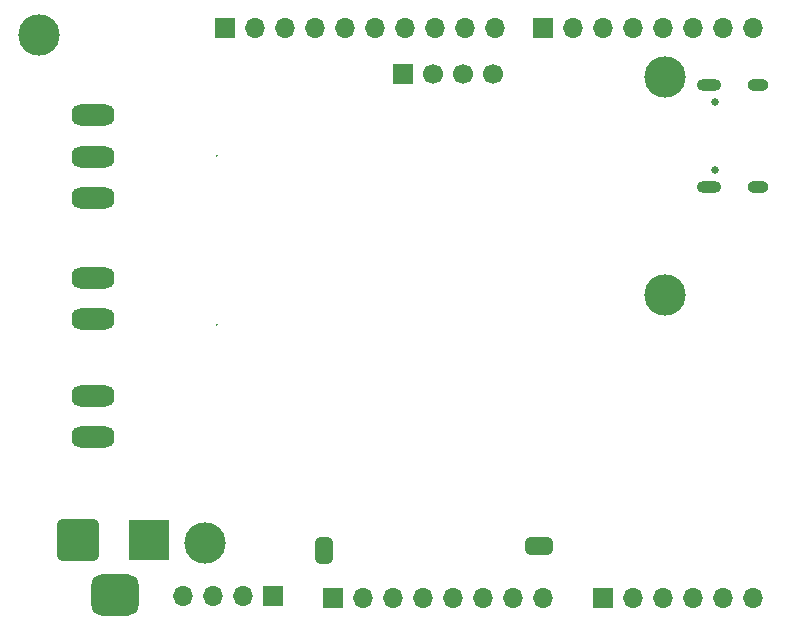
<source format=gbr>
%TF.GenerationSoftware,KiCad,Pcbnew,9.0.1*%
%TF.CreationDate,2025-05-14T19:05:48-04:00*%
%TF.ProjectId,EX-CSB1,45582d43-5342-4312-9e6b-696361645f70,rev?*%
%TF.SameCoordinates,Original*%
%TF.FileFunction,Soldermask,Bot*%
%TF.FilePolarity,Negative*%
%FSLAX46Y46*%
G04 Gerber Fmt 4.6, Leading zero omitted, Abs format (unit mm)*
G04 Created by KiCad (PCBNEW 9.0.1) date 2025-05-14 19:05:48*
%MOMM*%
%LPD*%
G01*
G04 APERTURE LIST*
G04 Aperture macros list*
%AMRoundRect*
0 Rectangle with rounded corners*
0 $1 Rounding radius*
0 $2 $3 $4 $5 $6 $7 $8 $9 X,Y pos of 4 corners*
0 Add a 4 corners polygon primitive as box body*
4,1,4,$2,$3,$4,$5,$6,$7,$8,$9,$2,$3,0*
0 Add four circle primitives for the rounded corners*
1,1,$1+$1,$2,$3*
1,1,$1+$1,$4,$5*
1,1,$1+$1,$6,$7*
1,1,$1+$1,$8,$9*
0 Add four rect primitives between the rounded corners*
20,1,$1+$1,$2,$3,$4,$5,0*
20,1,$1+$1,$4,$5,$6,$7,0*
20,1,$1+$1,$6,$7,$8,$9,0*
20,1,$1+$1,$8,$9,$2,$3,0*%
%AMFreePoly0*
4,1,23,0.500000,-0.750000,0.000000,-0.750000,0.000000,-0.745722,-0.065263,-0.745722,-0.191342,-0.711940,-0.304381,-0.646677,-0.396677,-0.554381,-0.461940,-0.441342,-0.495722,-0.315263,-0.495722,-0.250000,-0.500000,-0.250000,-0.500000,0.250000,-0.495722,0.250000,-0.495722,0.315263,-0.461940,0.441342,-0.396677,0.554381,-0.304381,0.646677,-0.191342,0.711940,-0.065263,0.745722,0.000000,0.745722,
0.000000,0.750000,0.500000,0.750000,0.500000,-0.750000,0.500000,-0.750000,$1*%
%AMFreePoly1*
4,1,23,0.000000,0.745722,0.065263,0.745722,0.191342,0.711940,0.304381,0.646677,0.396677,0.554381,0.461940,0.441342,0.495722,0.315263,0.495722,0.250000,0.500000,0.250000,0.500000,-0.250000,0.495722,-0.250000,0.495722,-0.315263,0.461940,-0.441342,0.396677,-0.554381,0.304381,-0.646677,0.191342,-0.711940,0.065263,-0.745722,0.000000,-0.745722,0.000000,-0.750000,-0.500000,-0.750000,
-0.500000,0.750000,0.000000,0.750000,0.000000,0.745722,0.000000,0.745722,$1*%
G04 Aperture macros list end*
%ADD10C,0.150000*%
%ADD11C,0.600000*%
%ADD12RoundRect,0.720000X-1.080000X0.180000X-1.080000X-0.180000X1.080000X-0.180000X1.080000X0.180000X0*%
%ADD13R,1.700000X1.700000*%
%ADD14C,1.700000*%
%ADD15C,3.500000*%
%ADD16O,1.700000X1.700000*%
%ADD17C,0.650000*%
%ADD18O,2.100000X1.000000*%
%ADD19O,1.800000X1.000000*%
%ADD20R,3.500000X3.500000*%
%ADD21RoundRect,0.350000X-1.400000X-1.400000X1.400000X-1.400000X1.400000X1.400000X-1.400000X1.400000X0*%
%ADD22RoundRect,0.875000X-1.125000X-0.875000X1.125000X-0.875000X1.125000X0.875000X-1.125000X0.875000X0*%
%ADD23FreePoly0,270.000000*%
%ADD24FreePoly1,270.000000*%
%ADD25FreePoly0,0.000000*%
%ADD26FreePoly1,0.000000*%
G04 APERTURE END LIST*
D10*
%TO.C,U101*%
X18030000Y25500000D02*
G75*
G02*
X17970000Y25500000I-30000J0D01*
G01*
X17970000Y25500000D02*
G75*
G02*
X18030000Y25500000I30000J0D01*
G01*
%TO.C,U102*%
X18030000Y39800000D02*
G75*
G02*
X17970000Y39800000I-30000J0D01*
G01*
X17970000Y39800000D02*
G75*
G02*
X18030000Y39800000I30000J0D01*
G01*
%TO.C,JP104*%
G36*
X26350000Y6550000D02*
G01*
X27850000Y6550000D01*
X27850000Y6250000D01*
X26350000Y6250000D01*
X26350000Y6550000D01*
G37*
%TO.C,JP103*%
G36*
X45150000Y6020000D02*
G01*
X45450000Y6020000D01*
X45450000Y7520000D01*
X45150000Y7520000D01*
X45150000Y6020000D01*
G37*
%TD*%
D11*
%TO.C,J110*%
X6200000Y35750000D03*
X8800000Y35750000D03*
D12*
X7500000Y36250000D03*
D11*
X6200000Y36750000D03*
X8800000Y36750000D03*
D12*
X7500000Y39750000D03*
D11*
X6200000Y39250000D03*
X8800000Y39250000D03*
X6200000Y40250000D03*
X8800000Y40250000D03*
X8800000Y42750000D03*
D12*
X7500000Y43250000D03*
D11*
X8800000Y43750000D03*
X6200000Y43750000D03*
X6200000Y42750000D03*
%TD*%
D13*
%TO.C,J111*%
X33800000Y46750000D03*
D14*
X36340000Y46750000D03*
X38880000Y46750000D03*
X41420000Y46750000D03*
%TD*%
D15*
%TO.C,H103*%
X56000000Y46500000D03*
%TD*%
D11*
%TO.C,J103*%
X8800000Y20000000D03*
X6200000Y20000000D03*
D12*
X7500000Y19500000D03*
D11*
X8800000Y19000000D03*
X6200000Y19000000D03*
X8800000Y16500000D03*
X6200000Y16500000D03*
D12*
X7500000Y16000000D03*
D11*
X8800000Y15500000D03*
X6200000Y15500000D03*
%TD*%
D13*
%TO.C,J108*%
X27825000Y2370000D03*
D16*
X30365000Y2370000D03*
X32905000Y2370000D03*
X35445000Y2370000D03*
X37985000Y2370000D03*
X40525000Y2370000D03*
X43065000Y2370000D03*
X45605000Y2370000D03*
%TD*%
D15*
%TO.C,H104*%
X56000000Y28000000D03*
%TD*%
D17*
%TO.C,J114*%
X60185000Y38610000D03*
X60185000Y44390000D03*
D18*
X59685000Y37180000D03*
D19*
X63865000Y37180000D03*
D18*
X59685000Y45820000D03*
D19*
X63865000Y45820000D03*
%TD*%
D13*
%TO.C,J107*%
X18685000Y50630000D03*
D16*
X21225000Y50630000D03*
X23765000Y50630000D03*
X26305000Y50630000D03*
X28845000Y50630000D03*
X31385000Y50630000D03*
X33925000Y50630000D03*
X36465000Y50630000D03*
X39005000Y50630000D03*
X41545000Y50630000D03*
%TD*%
D11*
%TO.C,J101*%
X8800000Y30000000D03*
X6200000Y30000000D03*
D12*
X7500000Y29500000D03*
D11*
X8800000Y29000000D03*
X6200000Y29000000D03*
X8800000Y26500000D03*
X6200000Y26500000D03*
D12*
X7500000Y26000000D03*
D11*
X8800000Y25500000D03*
X6200000Y25500000D03*
%TD*%
D15*
%TO.C,H101*%
X3000000Y50000000D03*
%TD*%
%TO.C,H102*%
X17000000Y7000000D03*
%TD*%
D13*
%TO.C,J113*%
X45605000Y50630000D03*
D16*
X48145000Y50630000D03*
X50685000Y50630000D03*
X53225000Y50630000D03*
X55765000Y50630000D03*
X58305000Y50630000D03*
X60845000Y50630000D03*
X63385000Y50630000D03*
%TD*%
D13*
%TO.C,J204*%
X22765000Y2500000D03*
D16*
X20225000Y2500000D03*
X17685000Y2500000D03*
X15145000Y2500000D03*
%TD*%
D13*
%TO.C,J112*%
X50685000Y2370000D03*
D16*
X53225000Y2370000D03*
X55765000Y2370000D03*
X58305000Y2370000D03*
X60845000Y2370000D03*
X63385000Y2370000D03*
%TD*%
D11*
%TO.C,J201*%
X10900000Y8700000D03*
X10900000Y7300000D03*
X10900000Y5900000D03*
D20*
X12300000Y7300000D03*
D11*
X13700000Y8700000D03*
X13700000Y7300000D03*
X13700000Y5900000D03*
X4900000Y8700000D03*
X4900000Y7300000D03*
X4900000Y5900000D03*
D21*
X6300000Y7300000D03*
D11*
X7700000Y8700000D03*
X7700000Y7300000D03*
X7700000Y5900000D03*
D22*
X9400000Y2600000D03*
%TD*%
D23*
%TO.C,JP104*%
X27100000Y7050000D03*
D24*
X27100000Y5750000D03*
%TD*%
D25*
%TO.C,JP103*%
X44650000Y6770000D03*
D26*
X45950000Y6770000D03*
%TD*%
M02*

</source>
